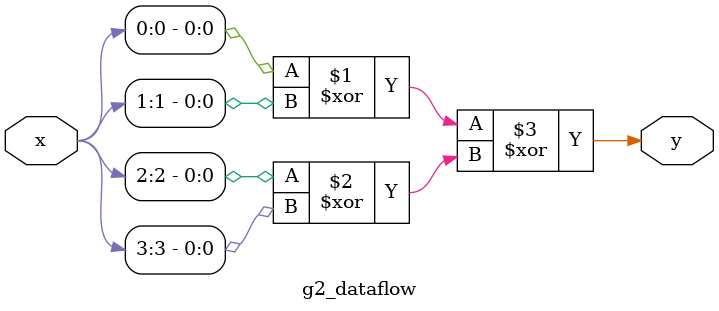
<source format=v>
`timescale 1ns / 1ps
module g2_dataflow(input [3:0] x, output [0:0] y);

	assign y[0] = (x[0]^x[1]) ^ (x[2]^x[3]);

endmodule

</source>
